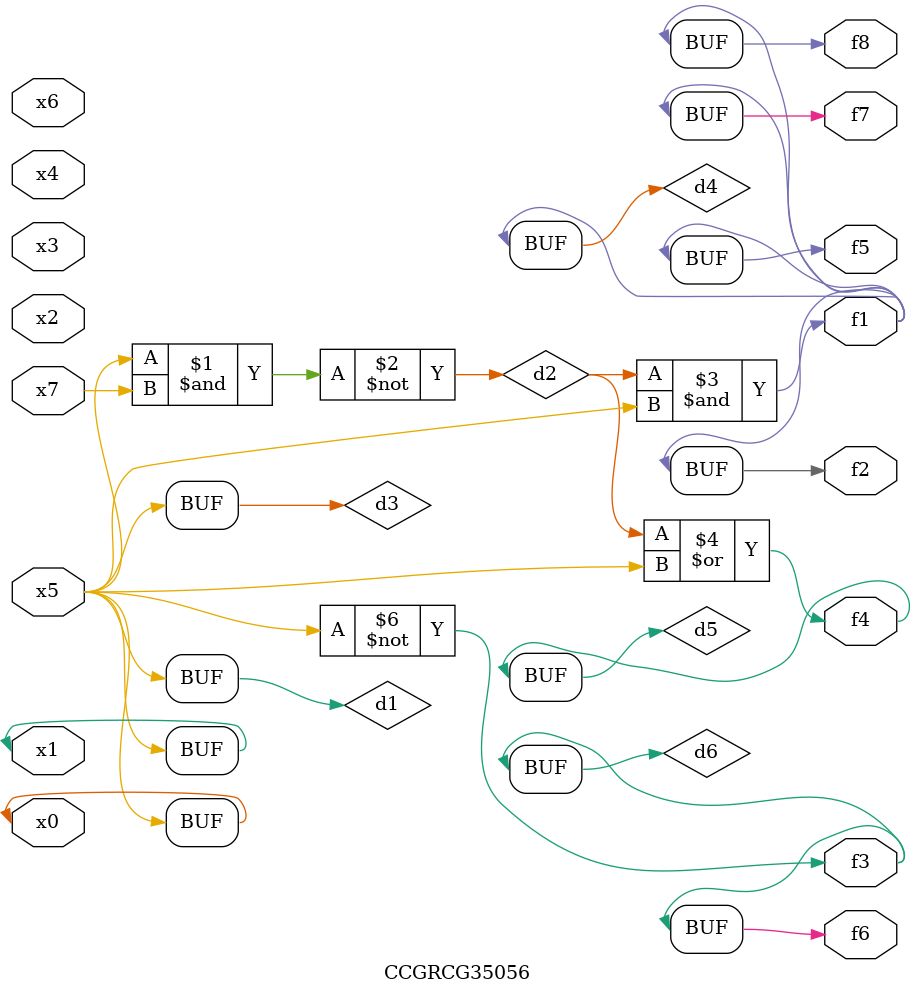
<source format=v>
module CCGRCG35056(
	input x0, x1, x2, x3, x4, x5, x6, x7,
	output f1, f2, f3, f4, f5, f6, f7, f8
);

	wire d1, d2, d3, d4, d5, d6;

	buf (d1, x0, x5);
	nand (d2, x5, x7);
	buf (d3, x0, x1);
	and (d4, d2, d3);
	or (d5, d2, d3);
	nor (d6, d1, d3);
	assign f1 = d4;
	assign f2 = d4;
	assign f3 = d6;
	assign f4 = d5;
	assign f5 = d4;
	assign f6 = d6;
	assign f7 = d4;
	assign f8 = d4;
endmodule

</source>
